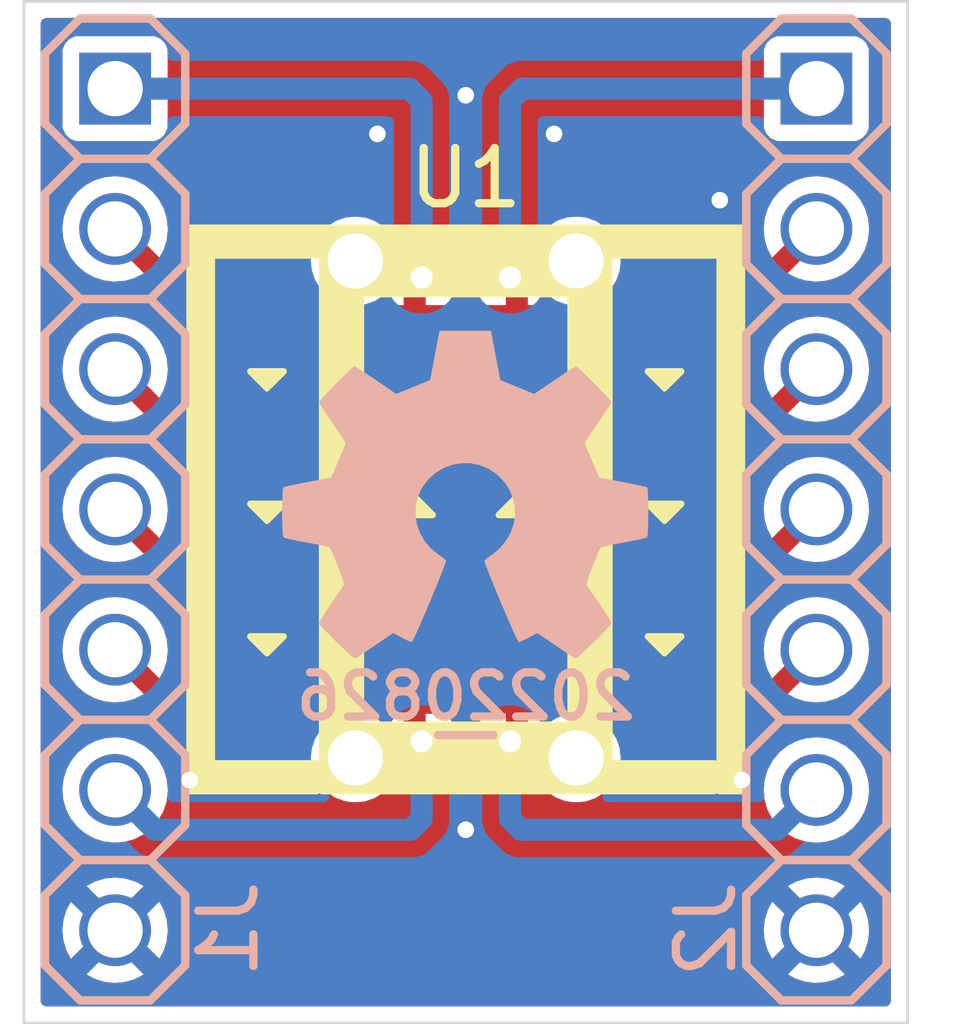
<source format=kicad_pcb>
(kicad_pcb (version 20211014) (generator pcbnew)
  (layers (0 "F.Cu" signal) (31 "B.Cu" signal) (34 "B.Paste" user) (35 "F.Paste" user) (36 "B.SilkS" user "B.Silkscreen") (37 "F.SilkS" user "F.Silkscreen") (38 "B.Mask" user) (39 "F.Mask" user) (44 "Edge.Cuts" user))
  (net 0 "")
  (net 1 "/DET2C")
  (net 2 "/LED1A")
  (net 3 "/LED1C")
  (net 4 "/LED2A")
  (net 5 "/LED2C")
  (net 6 "/DET1C")
  (net 7 "/LED3A")
  (net 8 "/LED3C")
  (net 9 "/LED4A")
  (net 10 "/LED4C")
  (net 11 "/DET1A")
  (net 12 "/DET2A")
  (net 13 "GND")
  (footprint "SquantorOpto:PPG_sensor_4LED" (layer "F.Cu") (at 139.7 88.9)
    (fp_text reference "U1" (at 0 -6 unlocked) (layer "F.SilkS"))
    (fp_text value "PPG_sensor_PD_4_LED")
    (fp_poly (pts (xy -0.6 0.1) (xy -1.2 0.1) (xy -0.9 -0.2)) (layer "F.SilkS") (width 0.12) (fill solid))
    (fp_poly (pts (xy 3.3 -0.1) (xy 3.9 -0.1) (xy 3.6 0.2)) (layer "F.SilkS") (width 0.12) (fill solid))
    (fp_poly (pts (xy 3.3 -2.5) (xy 3.9 -2.5) (xy 3.6 -2.2)) (layer "F.SilkS") (width 0.12) (fill solid))
    (fp_poly (pts (xy 1.2 0.1) (xy 0.6 0.1) (xy 0.9 -0.2)) (layer "F.SilkS") (width 0.12) (fill solid))
    (fp_poly (pts (xy -3.9 -2.5) (xy -3.3 -2.5) (xy -3.6 -2.2)) (layer "F.SilkS") (width 0.12) (fill solid))
    (fp_poly (pts (xy -3.9 2.3) (xy -3.3 2.3) (xy -3.6 2.6)) (layer "F.SilkS") (width 0.12) (fill solid))
    (fp_poly (pts (xy 3.3 2.3) (xy 3.9 2.3) (xy 3.6 2.6)) (layer "F.SilkS") (width 0.12) (fill solid))
    (fp_poly (pts (xy 5 5.1) (xy 4.6 5.1) (xy 4.6 -4.6) (xy 2.6 -4.6) (xy 2.6 4.6) (xy 4.5 4.6) (xy 4.5 5.1) (xy 1.9 5.1) (xy 1.9 -3.9) (xy -1.9 -3.9) (xy -1.9 3.9) (xy 1.8 3.9) (xy 1.8 5.1) (xy -2.6 5.1) (xy -2.6 -4.6) (xy -4.6 -4.6) (xy -4.6 4.6) (xy -2.7 4.6) (xy -2.7 5.1) (xy -5 5.1) (xy -5 -5.1) (xy 5 -5.1)) (layer "F.SilkS") (width 0.12) (fill solid))
    (fp_poly (pts (xy -3.9 -0.1) (xy -3.3 -0.1) (xy -3.6 0.2)) (layer "F.SilkS") (width 0.12) (fill solid))
    (pad "" np_thru_hole circle (at -2 -4.5) (size 1 1) (drill 1) (layers F&B.Cu *.Mask))
    (pad "" np_thru_hole circle (at 2 4.5) (size 1 1) (drill 1) (layers F&B.Cu *.Mask))
    (pad "" np_thru_hole circle (at 2 -4.5) (size 1 1) (drill 1) (layers F&B.Cu *.Mask))
    (pad "" np_thru_hole circle (at -2 4.5) (size 1 1) (drill 1) (layers F&B.Cu *.Mask))
    (pad "1" smd rect (at -3.6 -3.6) (size 1.6 1.65) (layers "F.Cu" "F.Paste" "F.Mask") (net 2 "/LED1A"))
    (pad "2" smd rect (at -3.6 -1.2) (size 1.6 1.65) (layers "F.Cu" "F.Paste" "F.Mask") (net 3 "/LED1C"))
    (pad "3" smd rect (at -3.6 1.2) (size 1.6 1.65) (layers "F.Cu" "F.Paste" "F.Mask") (net 4 "/LED2A"))
    (pad "4" smd rect (at -3.6 3.6) (size 1.6 1.65) (layers "F.Cu" "F.Paste" "F.Mask") (net 5 "/LED2C"))
    (pad "5" smd rect (at -0.925 2) (size 1.55 3.4) (layers "F.Cu" "F.Paste" "F.Mask") (net 12 "/DET2A"))
    (pad "6" smd rect (at 0.925 2) (size 1.55 3.4) (layers "F.Cu" "F.Paste" "F.Mask") (net 11 "/DET1A"))
    (pad "7" smd rect (at 3.6 3.6) (size 1.6 1.65) (layers "F.Cu" "F.Paste" "F.Mask") (net 8 "/LED3C"))
    (pad "8" smd rect (at 3.6 1.2) (size 1.6 1.65) (layers "F.Cu" "F.Paste" "F.Mask") (net 7 "/LED3A"))
    (pad "9" smd rect (at 3.6 -1.2) (size 1.6 1.65) (layers "F.Cu" "F.Paste" "F.Mask") (net 10 "/LED4C"))
    (pad "10" smd rect (at 3.6 -3.6) (size 1.6 1.65) (layers "F.Cu" "F.Paste" "F.Mask") (net 9 "/LED4A"))
    (pad "11" smd rect (at 0.925 -2) (size 1.55 3.4) (layers "F.Cu" "F.Paste" "F.Mask") (net 6 "/DET1C"))
    (pad "12" smd rect (at -0.925 -2) (size 1.55 3.4) (layers "F.Cu" "F.Paste" "F.Mask") (net 1 "/DET2C"))
  )
  (footprint "SquantorLabels:Label_Generic" (layer "B.Cu") (at 139.7 92.3875 180)
    (fp_text reference "N1" hide)
    (fp_text value "20220826" (at 0 0.1) (layer "B.SilkS") (effects (font (size 0.8 0.8)) (justify mirror)))
    (fp_line (start -0.5 -0.6) (end 0.5 -0.6) (layer "B.SilkS") (width 0.15))
  )
  (footprint "Symbol:OSHW-Symbol_6.7x6mm_SilkScreen" (layer "B.Cu") (at 139.7 88.646 180)
    (fp_text reference "N2" hide)
    (fp_text value "OHWLOGO" hide)
    (fp_poly (pts (xy 0.555814 2.531069) (xy 0.639635 2.086445) (xy 0.94892 1.958947) (xy 1.258206 1.831449) (xy 1.629246 2.083754) (xy 1.733157 2.154004) (xy 1.827087 2.216728) (xy 1.906652 2.269062) (xy 1.96747 2.308143) (xy 2.005157 2.331107) (xy 2.015421 2.336058) (xy 2.03391 2.323324) (xy 2.07342 2.288118) (xy 2.129522 2.234938) (xy 2.197787 2.168282) (xy 2.273786 2.092646) (xy 2.353092 2.012528) (xy 2.431275 1.932426) (xy 2.503907 1.856836) (xy 2.566559 1.790255) (xy 2.614803 1.737182) (xy 2.64421 1.702113) (xy 2.651241 1.690377) (xy 2.641123 1.66874) (xy 2.612759 1.621338) (xy 2.569129 1.552807) (xy 2.513218 1.467785) (xy 2.448006 1.370907) (xy 2.410219 1.31565) (xy 2.341343 1.214752) (xy 2.28014 1.123701) (xy 2.229578 1.04703) (xy 2.192628 0.989272) (xy 2.172258 0.954957) (xy 2.169197 0.947746) (xy 2.176136 0.927252) (xy 2.195051 0.879487) (xy 2.223087 0.811168) (xy 2.257391 0.729011) (xy 2.295109 0.63973) (xy 2.333387 0.550042) (xy 2.36937 0.466662) (xy 2.400206 0.396306) (xy 2.423039 0.34569) (xy 2.435017 0.321529) (xy 2.435724 0.320578) (xy 2.454531 0.315964) (xy 2.504618 0.305672) (xy 2.580793 0.290713) (xy 2.677865 0.272099) (xy 2.790643 0.250841) (xy 2.856442 0.238582) (xy 2.97695 0.215638) (xy 3.085797 0.193805) (xy 3.177476 0.174278) (xy 3.246481 0.158252) (xy 3.287304 0.146921) (xy 3.295511 0.143326) (xy 3.303548 0.118994) (xy 3.310033 0.064041) (xy 3.31497 -0.015108) (xy 3.318364 -0.112026) (xy 3.320218 -0.220287) (xy 3.320538 -0.333465) (xy 3.319327 -0.445135) (xy 3.31659 -0.548868) (xy 3.312331 -0.638241) (xy 3.306555 -0.706826) (xy 3.299267 -0.748197) (xy 3.294895 -0.75681) (xy 3.268764 -0.767133) (xy 3.213393 -0.781892) (xy 3.136107 -0.799352) (xy 3.04423 -0.81778) (xy 3.012158 -0.823741) (xy 2.857524 -0.852066) (xy 2.735375 -0.874876) (xy 2.641673 -0.89308) (xy 2.572384 -0.907583) (xy 2.523471 -0.919292) (xy 2.490897 -0.929115) (xy 2.470628 -0.937956) (xy 2.458626 -0.946724) (xy 2.456947 -0.948457) (xy 2.440184 -0.976371) (xy 2.414614 -1.030695) (xy 2.382788 -1.104777) (xy 2.34726 -1.191965) (xy 2.310583 -1.285608) (xy 2.275311 -1.379052) (xy 2.243996 -1.465647) (xy 2.219193 -1.53874) (xy 2.203454 -1.591678) (xy 2.199332 -1.617811) (xy 2.199676 -1.618726) (xy 2.213641 -1.640086) (xy 2.245322 -1.687084) (xy 2.291391 -1.754827) (xy 2.348518 -1.838423) (xy 2.413373 -1.932982) (xy 2.431843 -1.959854) (xy 2.497699 -2.057275) (xy 2.55565 -2.146163) (xy 2.602538 -2.221412) (xy 2.635207 -2.27792) (xy 2.6505 -2.310581) (xy 2.651241 -2.314593) (xy 2.638392 -2.335684) (xy 2.602888 -2.377464) (xy 2.549293 -2.435445) (xy 2.482171 -2.505135) (xy 2.406087 -2.582045) (xy 2.325604 -2.661683) (xy 2.245287 -2.739561) (xy 2.169699 -2.811186) (xy 2.103405 -2.87207) (xy 2.050969 -2.917721) (xy 2.016955 -2.94365) (xy 2.007545 -2.947883) (xy 1.985643 -2.937912) (xy 1.9408 -2.91102) (xy 1.880321 -2.871736) (xy 1.833789 -2.840117) (xy 1.749475 -2.782098) (xy 1.649626 -2.713784) (xy 1.549473 -2.645579) (xy 1.495627 -2.609075) (xy 1.313371 -2.4858) (xy 1.160381 -2.56852) (xy 1.090682 -2.604759) (xy 1.031414 -2.632926) (xy 0.991311 -2.648991) (xy 0.981103 -2.651226) (xy 0.968829 -2.634722) (xy 0.944613 -2.588082) (xy 0.910263 -2.515609) (xy 0.867588 -2.421606) (xy 0.818394 -2.310374) (xy 0.76449 -2.186215) (xy 0.707684 -2.053432) (xy 0.649782 -1.916327) (xy 0.592593 -1.779202) (xy 0.537924 -1.646358) (xy 0.487584 -1.522098) (xy 0.44338 -1.410725) (xy 0.407119 -1.316539) (xy 0.380609 -1.243844) (xy 0.365658 -1.196941) (xy 0.363254 -1.180833) (xy 0.382311 -1.160286) (xy 0.424036 -1.126933) (xy 0.479706 -1.087702) (xy 0.484378 -1.084599) (xy 0.628264 -0.969423) (xy 0.744283 -0.835053) (xy 0.83143 -0.685784) (xy 0.888699 -0.525913) (xy 0.915086 -0.359737) (xy 0.909585 -0.191552) (xy 0.87119 -0.025655) (xy 0.798895 0.133658) (xy 0.777626 0.168513) (xy 0.666996 0.309263) (xy 0.536302 0.422286) (xy 0.390064 0.506997) (xy 0.232808 0.562806) (xy 0.069057 0.589126) (xy -0.096667 0.58537) (xy -0.259838 0.55095) (xy -0.415935 0.485277) (xy -0.560433 0.387765) (xy -0.605131 0.348187) (xy -0.718888 0.224297) (xy -0.801782 0.093876) (xy -0.858644 -0.052315) (xy -0.890313 -0.197088) (xy -0.898131 -0.35986) (xy -0.872062 -0.52344) (xy -0.814755 -0.682298) (xy -0.728856 -0.830906) (xy -0.617014 -0.963735) (xy -0.481877 -1.075256) (xy -0.464117 -1.087011) (xy -0.40785 -1.125508) (xy -0.365077 -1.158863) (xy -0.344628 -1.18016) (xy -0.344331 -1.180833) (xy -0.348721 -1.203871) (xy -0.366124 -1.256157) (xy -0.394732 -1.33339) (xy -0.432735 -1.431268) (xy -0.478326 -1.545491) (xy -0.529697 -1.671758) (xy -0.585038 -1.805767) (xy -0.642542 -1.943218) (xy -0.700399 -2.079808) (xy -0.756802 -2.211237) (xy -0.809942 -2.333205) (xy -0.85801 -2.441409) (xy -0.899199 -2.531549) (xy -0.931699 -2.599323) (xy -0.953703 -2.64043) (xy -0.962564 -2.651226) (xy -0.98964 -2.642819) (xy -1.040303 -2.620272) (xy -1.105817 -2.587613) (xy -1.141841 -2.56852) (xy -1.294832 -2.4858) (xy -1.477088 -2.609075) (xy -1.570125 -2.672228) (xy -1.671985 -2.741727) (xy -1.767438 -2.807165) (xy -1.81525 -2.840117) (xy -1.882495 -2.885273) (xy -1.939436 -2.921057) (xy -1.978646 -2.942938) (xy -1.991381 -2.947563) (xy -2.009917 -2.935085) (xy -2.050941 -2.900252) (xy -2.110475 -2.846678) (xy -2.184542 -2.777983) (xy -2.269165 -2.697781) (xy -2.322685 -2.646286) (xy -2.416319 -2.554286) (xy -2.497241 -2.471999) (xy -2.562177 -2.402945) (xy -2.607858 -2.350644) (xy -2.631011 -2.318616) (xy -2.633232 -2.312116) (xy -2.622924 -2.287394) (xy -2.594439 -2.237405) (xy -2.550937 -2.167212) (xy -2.495577 -2.081875) (xy -2.43152 -1.986456) (xy -2.413303 -1.959854) (xy -2.346927 -1.863167) (xy -2.287378 -1.776117) (xy -2.237984 -1.703595) (xy -2.202075 -1.650493) (xy -2.182981 -1.621703) (xy -2.181136 -1.618726) (xy -2.183895 -1.595782) (xy -2.198538 -1.545336) (xy -2.222513 -1.474041) (xy -2.253266 -1.388547) (xy -2.288244 -1.295507) (xy -2.324893 -1.201574) (xy -2.360661 -1.113399) (xy -2.392994 -1.037634) (xy -2.419338 -0.980931) (xy -2.437142 -0.949943) (xy -2.438407 -0.948457) (xy -2.449294 -0.939601) (xy -2.467682 -0.930843) (xy -2.497606 -0.921277) (xy -2.543103 -0.909996) (xy -2.608209 -0.896093) (xy -2.696961 -0.878663) (xy -2.813393 -0.856798) (xy -2.961542 -0.829591) (xy -2.993618 -0.823741) (xy -3.088686 -0.805374) (xy -3.171565 -0.787405) (xy -3.23493 -0.771569) (xy -3.271458 -0.7596) (xy -3.276356 -0.75681) (xy -3.284427 -0.732072) (xy -3.290987 -0.67679) (xy -3.296033 -0.597389) (xy -3.299559 -0.500296) (xy -3.301561 -0.391938) (xy -3.302036 -0.27874) (xy -3.300977 -0.167128) (xy -3.298382 -0.063529) (xy -3.294246 0.025632) (xy -3.288563 0.093928) (xy -3.281331 0.134934) (xy -3.276971 0.143326) (xy -3.252698 0.151792) (xy -3.197426 0.165565) (xy -3.116662 0.18345) (xy -3.015912 0.204252) (xy -2.900683 0.226777) (xy -2.837902 0.238582) (xy -2.718787 0.260849) (xy -2.612565 0.281021) (xy -2.524427 0.298085) (xy -2.459566 0.311031) (xy -2.423174 0.318845) (xy -2.417184 0.320578) (xy -2.407061 0.34011) (xy -2.385662 0.387157) (xy -2.355839 0.454997) (xy -2.320445 0.536909) (xy -2.282332 0.626172) (xy -2.244353 0.716065) (xy -2.20936 0.799865) (xy -2.180206 0.870853) (xy -2.159743 0.922306) (xy -2.150823 0.947503) (xy -2.150657 0.948604) (xy -2.160769 0.968481) (xy -2.189117 1.014223) (xy -2.232723 1.081283) (xy -2.288606 1.165116) (xy -2.353787 1.261174) (xy -2.391679 1.31635) (xy -2.460725 1.417519) (xy -2.52205 1.50937) (xy -2.572663 1.587256) (xy -2.609571 1.646531) (xy -2.629782 1.682549) (xy -2.632701 1.690623) (xy -2.620153 1.709416) (xy -2.585463 1.749543) (xy -2.533063 1.806507) (xy -2.467384 1.875815) (xy -2.392856 1.952969) (xy -2.313913 2.033475) (xy -2.234983 2.112837) (xy -2.1605 2.18656) (xy -2.094894 2.250148) (xy -2.042596 2.299106) (xy -2.008039 2.328939) (xy -1.996478 2.336058) (xy -1.977654 2.326047) (xy -1.932631 2.297922) (xy -1.865787 2.254546) (xy -1.781499 2.198782) (xy -1.684144 2.133494) (xy -1.610707 2.083754) (xy -1.239667 1.831449) (xy -0.621095 2.086445) (xy -0.537275 2.531069) (xy -0.453454 2.975693) (xy 0.471994 2.975693) (xy 0.555814 2.531069)) (layer "B.SilkS") (width 0.01) (fill solid))
  )
  (footprint "SquantorConnectors:Header-0254-1X07-H010" (layer "B.Cu") (at 133.35 88.9 -90)
    (fp_text reference "J1" (at 7.6 -2.05 90) (layer "B.SilkS") (effects (justify mirror)))
    (fp_text value "left")
    (fp_line (start 4.445 1.27) (end 5.715 1.27) (layer "B.SilkS") (width 0.1524))
    (fp_line (start -0.635 1.27) (end 0.635 1.27) (layer "B.SilkS") (width 0.1524))
    (fp_line (start -4.445 1.27) (end -3.81 0.635) (layer "B.SilkS") (width 0.1524))
    (fp_line (start 6.985 1.27) (end 8.255 1.27) (layer "B.SilkS") (width 0.1524))
    (fp_line (start 5.715 1.27) (end 6.35 0.635) (layer "B.SilkS") (width 0.1524))
    (fp_line (start -3.81 0.635) (end -3.175 1.27) (layer "B.SilkS") (width 0.1524))
    (fp_line (start 6.35 -0.635) (end 6.985 -1.27) (layer "B.SilkS") (width 0.1524))
    (fp_line (start -4.445 -1.27) (end -5.715 -1.27) (layer "B.SilkS") (width 0.1524))
    (fp_line (start 0.635 1.27) (end 1.27 0.635) (layer "B.SilkS") (width 0.1524))
    (fp_line (start -3.175 1.27) (end -1.905 1.27) (layer "B.SilkS") (width 0.1524))
    (fp_line (start -6.35 0.635) (end -5.715 1.27) (layer "B.SilkS") (width 0.1524))
    (fp_line (start -6.985 1.27) (end -6.35 0.635) (layer "B.SilkS") (width 0.1524))
    (fp_line (start -3.81 0.635) (end -3.81 -0.635) (layer "B.SilkS") (width 0.1524))
    (fp_line (start -1.27 -0.635) (end -0.635 -1.27) (layer "B.SilkS") (width 0.1524))
    (fp_line (start 4.445 -1.27) (end 3.81 -0.635) (layer "B.SilkS") (width 0.1524))
    (fp_line (start -6.985 -1.27) (end -8.255 -1.27) (layer "B.SilkS") (width 0.1524))
    (fp_line (start 1.27 0.635) (end 1.905 1.27) (layer "B.SilkS") (width 0.1524))
    (fp_line (start -6.35 0.635) (end -6.35 -0.635) (layer "B.SilkS") (width 0.1524))
    (fp_line (start -3.175 -1.27) (end -3.81 -0.635) (layer "B.SilkS") (width 0.1524))
    (fp_line (start -8.89 -0.635) (end -8.255 -1.27) (layer "B.SilkS") (width 0.1524))
    (fp_line (start -1.905 -1.27) (end -3.175 -1.27) (layer "B.SilkS") (width 0.1524))
    (fp_line (start 1.27 0.635) (end 1.27 -0.635) (layer "B.SilkS") (width 0.1524))
    (fp_line (start -1.905 1.27) (end -1.27 0.635) (layer "B.SilkS") (width 0.1524))
    (fp_line (start -0.635 1.27) (end -1.27 0.635) (layer "B.SilkS") (width 0.1524))
    (fp_line (start 5.715 -1.27) (end 4.445 -1.27) (layer "B.SilkS") (width 0.1524))
    (fp_line (start -3.81 -0.635) (end -4.445 -1.27) (layer "B.SilkS") (width 0.1524))
    (fp_line (start 3.81 0.635) (end 3.81 -0.635) (layer "B.SilkS") (width 0.1524))
    (fp_line (start 8.255 -1.27) (end 6.985 -1.27) (layer "B.SilkS") (width 0.1524))
    (fp_line (start 8.255 1.27) (end 8.89 0.635) (layer "B.SilkS") (width 0.1524))
    (fp_line (start -6.35 -0.635) (end -6.985 -1.27) (layer "B.SilkS") (width 0.1524))
    (fp_line (start -5.715 -1.27) (end -6.35 -0.635) (layer "B.SilkS") (width 0.1524))
    (fp_line (start 1.905 1.27) (end 3.175 1.27) (layer "B.SilkS") (width 0.1524))
    (fp_line (start 1.27 -0.635) (end 0.635 -1.27) (layer "B.SilkS") (width 0.1524))
    (fp_line (start 3.81 0.635) (end 4.445 1.27) (layer "B.SilkS") (width 0.1524))
    (fp_line (start 3.175 1.27) (end 3.81 0.635) (layer "B.SilkS") (width 0.1524))
    (fp_line (start -8.255 1.27) (end -6.985 1.27) (layer "B.SilkS") (width 0.1524))
    (fp_line (start 0.635 -1.27) (end -0.635 -1.27) (layer "B.SilkS") (width 0.1524))
    (fp_line (start -1.27 -0.635) (end -1.905 -1.27) (layer "B.SilkS") (width 0.1524))
    (fp_line (start 1.905 -1.27) (end 1.27 -0.635) (layer "B.SilkS") (width 0.1524))
    (fp_line (start 8.89 0.635) (end 8.89 -0.635) (layer "B.SilkS") (width 0.1524))
    (fp_line (start 6.35 -0.635) (end 5.715 -1.27) (layer "B.SilkS") (width 0.1524))
    (fp_line (start 6.35 0.635) (end 6.35 -0.635) (layer "B.SilkS") (width 0.1524))
    (fp_line (start -8.89 0.635) (end -8.89 -0.635) (layer "B.SilkS") (width 0.1524))
    (fp_line (start 3.81 -0.635) (end 3.175 -1.27) (layer "B.SilkS") (width 0.1524))
    (fp_line (start -5.715 1.27) (end -4.445 1.27) (layer "B.SilkS") (width 0.1524))
    (fp_line (start 3.175 -1.27) (end 1.905 -1.27) (layer "B.SilkS") (width 0.1524))
    (fp_line (start -1.27 0.635) (end -1.27 -0.635) (layer "B.SilkS") (width 0.1524))
    (fp_line (start 6.985 1.27) (end 6.35 0.635) (layer "B.SilkS") (width 0.1524))
    (fp_line (start 8.89 -0.635) (end 8.255 -1.27) (layer "B.SilkS") (width 0.1524))
    (fp_line (start -8.255 1.27) (end -8.89 0.635) (layer "B.SilkS") (width 0.1524))
    (pad "1" thru_hole rect locked (at -7.62 0 90) (size 1.3 1.3) (drill 1) (layers *.Cu *.Mask) (net 1 "/DET2C"))
    (pad "2" thru_hole circle locked (at -5.08 0 90) (size 1.3 1.3) (drill 1) (layers *.Cu *.Mask) (net 2 "/LED1A"))
    (pad "3" thru_hole circle locked (at -2.54 0 90) (size 1.3 1.3) (drill 1) (layers *.Cu *.Mask) (net 3 "/LED1C"))
    (pad "4" thru_hole circle locked (at 0 0 90) (size 1.3 1.3) (drill 1) (layers *.Cu *.Mask) (net 4 "/LED2A"))
    (pad "5" thru_hole circle locked (at 2.54 0 90) (size 1.3 1.3) (drill 1) (layers *.Cu *.Mask) (net 5 "/LED2C"))
    (pad "6" thru_hole circle locked (at 5.08 0 90) (size 1.3 1.3) (drill 1) (layers *.Cu *.Mask) (net 12 "/DET2A"))
    (pad "7" thru_hole circle locked (at 7.62 0 90) (size 1.3 1.3) (drill 1) (layers *.Cu *.Mask) (net 13 "GND"))
  )
  (footprint "SquantorConnectors:Header-0254-1X07-H010" (layer "B.Cu") (at 146.05 88.9 -90)
    (fp_text reference "J2" (at 7.6 2 90) (layer "B.SilkS") (effects (justify mirror)))
    (fp_text value "Conn_01x06")
    (fp_line (start -6.35 0.635) (end -6.35 -0.635) (layer "B.SilkS") (width 0.1524))
    (fp_line (start 8.255 -1.27) (end 6.985 -1.27) (layer "B.SilkS") (width 0.1524))
    (fp_line (start 1.27 -0.635) (end 0.635 -1.27) (layer "B.SilkS") (width 0.1524))
    (fp_line (start 0.635 -1.27) (end -0.635 -1.27) (layer "B.SilkS") (width 0.1524))
    (fp_line (start -6.985 -1.27) (end -8.255 -1.27) (layer "B.SilkS") (width 0.1524))
    (fp_line (start -6.35 0.635) (end -5.715 1.27) (layer "B.SilkS") (width 0.1524))
    (fp_line (start 5.715 1.27) (end 6.35 0.635) (layer "B.SilkS") (width 0.1524))
    (fp_line (start 8.89 0.635) (end 8.89 -0.635) (layer "B.SilkS") (width 0.1524))
    (fp_line (start -8.255 1.27) (end -8.89 0.635) (layer "B.SilkS") (width 0.1524))
    (fp_line (start -6.35 -0.635) (end -6.985 -1.27) (layer "B.SilkS") (width 0.1524))
    (fp_line (start 3.81 0.635) (end 3.81 -0.635) (layer "B.SilkS") (width 0.1524))
    (fp_line (start 3.81 0.635) (end 4.445 1.27) (layer "B.SilkS") (width 0.1524))
    (fp_line (start -4.445 1.27) (end -3.81 0.635) (layer "B.SilkS") (width 0.1524))
    (fp_line (start 3.175 1.27) (end 3.81 0.635) (layer "B.SilkS") (width 0.1524))
    (fp_line (start -0.635 1.27) (end 0.635 1.27) (layer "B.SilkS") (width 0.1524))
    (fp_line (start -8.89 -0.635) (end -8.255 -1.27) (layer "B.SilkS") (width 0.1524))
    (fp_line (start -1.905 -1.27) (end -3.175 -1.27) (layer "B.SilkS") (width 0.1524))
    (fp_line (start 0.635 1.27) (end 1.27 0.635) (layer "B.SilkS") (width 0.1524))
    (fp_line (start -8.255 1.27) (end -6.985 1.27) (layer "B.SilkS") (width 0.1524))
    (fp_line (start -5.715 1.27) (end -4.445 1.27) (layer "B.SilkS") (width 0.1524))
    (fp_line (start 1.905 1.27) (end 3.175 1.27) (layer "B.SilkS") (width 0.1524))
    (fp_line (start 5.715 -1.27) (end 4.445 -1.27) (layer "B.SilkS") (width 0.1524))
    (fp_line (start -1.27 -0.635) (end -0.635 -1.27) (layer "B.SilkS") (width 0.1524))
    (fp_line (start 1.27 0.635) (end 1.27 -0.635) (layer "B.SilkS") (width 0.1524))
    (fp_line (start -1.27 0.635) (end -1.27 -0.635) (layer "B.SilkS") (width 0.1524))
    (fp_line (start -8.89 0.635) (end -8.89 -0.635) (layer "B.SilkS") (width 0.1524))
    (fp_line (start 1.27 0.635) (end 1.905 1.27) (layer "B.SilkS") (width 0.1524))
    (fp_line (start 8.89 -0.635) (end 8.255 -1.27) (layer "B.SilkS") (width 0.1524))
    (fp_line (start -3.175 1.27) (end -1.905 1.27) (layer "B.SilkS") (width 0.1524))
    (fp_line (start 6.985 1.27) (end 8.255 1.27) (layer "B.SilkS") (width 0.1524))
    (fp_line (start -4.445 -1.27) (end -5.715 -1.27) (layer "B.SilkS") (width 0.1524))
    (fp_line (start -3.81 0.635) (end -3.175 1.27) (layer "B.SilkS") (width 0.1524))
    (fp_line (start -6.985 1.27) (end -6.35 0.635) (layer "B.SilkS") (width 0.1524))
    (fp_line (start 8.255 1.27) (end 8.89 0.635) (layer "B.SilkS") (width 0.1524))
    (fp_line (start -3.81 0.635) (end -3.81 -0.635) (layer "B.SilkS") (width 0.1524))
    (fp_line (start -3.81 -0.635) (end -4.445 -1.27) (layer "B.SilkS") (width 0.1524))
    (fp_line (start 6.35 -0.635) (end 5.715 -1.27) (layer "B.SilkS") (width 0.1524))
    (fp_line (start -1.27 -0.635) (end -1.905 -1.27) (layer "B.SilkS") (width 0.1524))
    (fp_line (start 4.445 1.27) (end 5.715 1.27) (layer "B.SilkS") (width 0.1524))
    (fp_line (start 1.905 -1.27) (end 1.27 -0.635) (layer "B.SilkS") (width 0.1524))
    (fp_line (start -1.905 1.27) (end -1.27 0.635) (layer "B.SilkS") (width 0.1524))
    (fp_line (start 4.445 -1.27) (end 3.81 -0.635) (layer "B.SilkS") (width 0.1524))
    (fp_line (start -0.635 1.27) (end -1.27 0.635) (layer "B.SilkS") (width 0.1524))
    (fp_line (start 3.81 -0.635) (end 3.175 -1.27) (layer "B.SilkS") (width 0.1524))
    (fp_line (start 3.175 -1.27) (end 1.905 -1.27) (layer "B.SilkS") (width 0.1524))
    (fp_line (start 6.35 0.635) (end 6.35 -0.635) (layer "B.SilkS") (width 0.1524))
    (fp_line (start 6.985 1.27) (end 6.35 0.635) (layer "B.SilkS") (width 0.1524))
    (fp_line (start -3.175 -1.27) (end -3.81 -0.635) (layer "B.SilkS") (width 0.1524))
    (fp_line (start -5.715 -1.27) (end -6.35 -0.635) (layer "B.SilkS") (width 0.1524))
    (fp_line (start 6.35 -0.635) (end 6.985 -1.27) (layer "B.SilkS") (width 0.1524))
    (pad "1" thru_hole rect locked (at -7.62 0 90) (size 1.3 1.3) (drill 1) (layers *.Cu *.Mask) (net 6 "/DET1C"))
    (pad "2" thru_hole circle locked (at -5.08 0 90) (size 1.3 1.3) (drill 1) (layers *.Cu *.Mask) (net 9 "/LED4A"))
    (pad "3" thru_hole circle locked (at -2.54 0 90) (size 1.3 1.3) (drill 1) (layers *.Cu *.Mask) (net 10 "/LED4C"))
    (pad "4" thru_hole circle locked (at 0 0 90) (size 1.3 1.3) (drill 1) (layers *.Cu *.Mask) (net 7 "/LED3A"))
    (pad "5" thru_hole circle locked (at 2.54 0 90) (size 1.3 1.3) (drill 1) (layers *.Cu *.Mask) (net 8 "/LED3C"))
    (pad "6" thru_hole circle locked (at 5.08 0 90) (size 1.3 1.3) (drill 1) (layers *.Cu *.Mask) (net 11 "/DET1A"))
    (pad "7" thru_hole circle locked (at 7.62 0 90) (size 1.3 1.3) (drill 1) (layers *.Cu *.Mask) (net 13 "GND"))
  )
  (gr_line (start 147.7 79.7) (end 147.7 98.2) (layer "Edge.Cuts") (width 0.05))
  (gr_line (start 131.7 79.7) (end 147.7 79.7) (layer "Edge.Cuts") (width 0.05))
  (gr_line (start 147.7 98.2) (end 131.7 98.2) (layer "Edge.Cuts") (width 0.05))
  (gr_line (start 131.7 98.2) (end 131.7 79.7) (layer "Edge.Cuts") (width 0.05))
  (segment (start 138.9 84.7) (end 138.775 84.825) (width 0.4) (layer "F.Cu") (net 1))
  (segment (start 138.775 84.825) (end 138.775 86.9) (width 0.4) (layer "F.Cu") (net 1))
  (via (at 138.9 84.7) (size 0.7) (drill 0.4) (layers "F.Cu" "B.Cu") (net 1))
  (segment (start 138.68 81.28) (end 133.35 81.28) (width 0.4) (layer "B.Cu") (net 1))
  (segment (start 138.9 81.5) (end 138.68 81.28) (width 0.4) (layer "B.Cu") (net 1))
  (segment (start 138.9 84.7) (end 138.9 81.5) (width 0.4) (layer "B.Cu") (net 1))
  (segment (start 134.83 85.3) (end 133.35 83.82) (width 0.4) (layer "F.Cu") (net 2))
  (segment (start 136.1 85.3) (end 134.83 85.3) (width 0.4) (layer "F.Cu") (net 2))
  (segment (start 134.69 87.7) (end 133.35 86.36) (width 0.4) (layer "F.Cu") (net 3))
  (segment (start 136.1 87.7) (end 134.69 87.7) (width 0.4) (layer "F.Cu") (net 3))
  (segment (start 136.1 90.1) (end 134.55 90.1) (width 0.4) (layer "F.Cu") (net 4))
  (segment (start 134.55 90.1) (end 133.35 88.9) (width 0.4) (layer "F.Cu") (net 4))
  (segment (start 136.1 92.5) (end 134.41 92.5) (width 0.4) (layer "F.Cu") (net 5))
  (segment (start 134.41 92.5) (end 133.35 91.44) (width 0.4) (layer "F.Cu") (net 5))
  (segment (start 140.5 84.7) (end 140.625 84.825) (width 0.4) (layer "F.Cu") (net 6))
  (segment (start 140.625 84.825) (end 140.625 86.9) (width 0.4) (layer "F.Cu") (net 6))
  (via (at 140.5 84.7) (size 0.7) (drill 0.4) (layers "F.Cu" "B.Cu") (net 6))
  (segment (start 140.5 84.7) (end 140.5 81.5) (width 0.4) (layer "B.Cu") (net 6))
  (segment (start 140.5 81.5) (end 140.72 81.28) (width 0.4) (layer "B.Cu") (net 6))
  (segment (start 140.72 81.28) (end 146.05 81.28) (width 0.4) (layer "B.Cu") (net 6))
  (segment (start 143.3 90.1) (end 144.85 90.1) (width 0.4) (layer "F.Cu") (net 7))
  (segment (start 144.85 90.1) (end 146.05 88.9) (width 0.4) (layer "F.Cu") (net 7))
  (segment (start 143.3 92.5) (end 144.99 92.5) (width 0.4) (layer "F.Cu") (net 8))
  (segment (start 144.99 92.5) (end 146.05 91.44) (width 0.4) (layer "F.Cu") (net 8))
  (segment (start 143.3 85.3) (end 144.57 85.3) (width 0.4) (layer "F.Cu") (net 9))
  (segment (start 144.57 85.3) (end 146.05 83.82) (width 0.4) (layer "F.Cu") (net 9))
  (segment (start 143.3 87.7) (end 144.71 87.7) (width 0.4) (layer "F.Cu") (net 10))
  (segment (start 144.71 87.7) (end 146.05 86.36) (width 0.4) (layer "F.Cu") (net 10))
  (segment (start 140.625 92.975) (end 140.625 90.9) (width 0.4) (layer "F.Cu") (net 11))
  (segment (start 140.5 93.1) (end 140.625 92.975) (width 0.4) (layer "F.Cu") (net 11))
  (via (at 140.5 93.1) (size 0.7) (drill 0.4) (layers "F.Cu" "B.Cu") (net 11))
  (segment (start 140.7 94.7) (end 145.33 94.7) (width 0.4) (layer "B.Cu") (net 11))
  (segment (start 140.5 94.5) (end 140.7 94.7) (width 0.4) (layer "B.Cu") (net 11))
  (segment (start 140.5 93.1) (end 140.5 94.5) (width 0.4) (layer "B.Cu") (net 11))
  (segment (start 145.33 94.7) (end 146.05 93.98) (width 0.4) (layer "B.Cu") (net 11))
  (segment (start 138.775 92.975) (end 138.775 90.9) (width 0.4) (layer "F.Cu") (net 12))
  (segment (start 138.9 93.1) (end 138.775 92.975) (width 0.4) (layer "F.Cu") (net 12))
  (via (at 138.9 93.1) (size 0.7) (drill 0.4) (layers "F.Cu" "B.Cu") (net 12))
  (segment (start 138.7 94.7) (end 134.07 94.7) (width 0.4) (layer "B.Cu") (net 12))
  (segment (start 138.9 94.5) (end 138.7 94.7) (width 0.4) (layer "B.Cu") (net 12))
  (segment (start 134.07 94.7) (end 133.35 93.98) (width 0.4) (layer "B.Cu") (net 12))
  (segment (start 138.9 93.1) (end 138.9 94.5) (width 0.4) (layer "B.Cu") (net 12))
  (via (at 134.7 93.8) (size 0.6) (drill 0.3) (layers "F.Cu" "B.Cu") (net 13))
  (via (at 141.3 82.1) (size 0.6) (drill 0.3) (layers "F.Cu" "B.Cu") (net 13))
  (via (at 139.7 81.4) (size 0.6) (drill 0.3) (layers "F.Cu" "B.Cu") (net 13))
  (via (at 139.7 94.7) (size 0.6) (drill 0.3) (layers "F.Cu" "B.Cu") (net 13))
  (via (at 144.3 83.3) (size 0.6) (drill 0.3) (layers "F.Cu" "B.Cu") (net 13))
  (via (at 144.7 93.8) (size 0.6) (drill 0.3) (layers "F.Cu" "B.Cu") (net 13))
  (via (at 138.1 82.1) (size 0.6) (drill 0.3) (layers "F.Cu" "B.Cu") (net 13))
  (zone (net 13) (net_name "GND") (layers F&B.Cu) (connect_pads (clearance 0.3)) (min_thickness 0.2) (fill yes (thermal_gap 0.3) (thermal_bridge_width 0.4))
    (polygon (pts (xy 147.7 98.2) (xy 131.7 98.2) (xy 131.7 79.7) (xy 147.7 79.7)))
  )
)
</source>
